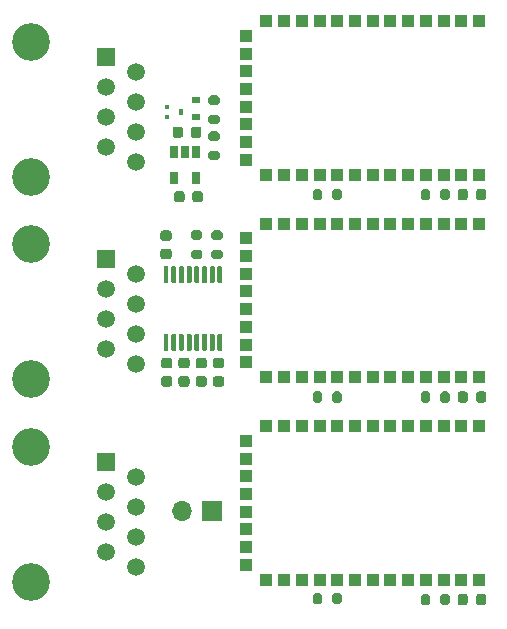
<source format=gbr>
%TF.GenerationSoftware,KiCad,Pcbnew,(5.1.9)-1*%
%TF.CreationDate,2021-01-06T02:37:49+01:00*%
%TF.ProjectId,SerialBT-Flarm-2.0,53657269-616c-4425-942d-466c61726d2d,2.0*%
%TF.SameCoordinates,Original*%
%TF.FileFunction,Soldermask,Top*%
%TF.FilePolarity,Negative*%
%FSLAX46Y46*%
G04 Gerber Fmt 4.6, Leading zero omitted, Abs format (unit mm)*
G04 Created by KiCad (PCBNEW (5.1.9)-1) date 2021-01-06 02:37:49*
%MOMM*%
%LPD*%
G01*
G04 APERTURE LIST*
%ADD10O,1.700000X1.700000*%
%ADD11R,1.700000X1.700000*%
%ADD12R,1.000000X1.000000*%
%ADD13C,1.500000*%
%ADD14R,1.500000X1.500000*%
%ADD15C,3.200000*%
%ADD16R,0.650000X1.060000*%
%ADD17R,0.450000X0.500000*%
%ADD18R,0.450000X0.400000*%
%ADD19R,0.700000X0.600000*%
G04 APERTURE END LIST*
D10*
%TO.C,J1*%
X144399000Y-108267500D03*
D11*
X146939000Y-108267500D03*
%TD*%
D12*
%TO.C,U3*%
X169568000Y-66779000D03*
X168068000Y-66779000D03*
X166568000Y-66779000D03*
X165068000Y-66779000D03*
X163568000Y-66779000D03*
X162068000Y-66779000D03*
X160568000Y-66779000D03*
X159068000Y-66779000D03*
X157568000Y-66779000D03*
X156068000Y-66779000D03*
X154568000Y-66779000D03*
X153068000Y-66779000D03*
X151568000Y-66779000D03*
X149818000Y-68029000D03*
X149818000Y-69529000D03*
X149818000Y-71029000D03*
X149818000Y-72529000D03*
X149818000Y-74029000D03*
X149818000Y-75529000D03*
X149818000Y-77029000D03*
X149818000Y-78529000D03*
X151568000Y-79779000D03*
X153068000Y-79779000D03*
X154568000Y-79779000D03*
X156068000Y-79779000D03*
X157568000Y-79779000D03*
X159068000Y-79779000D03*
X160568000Y-79779000D03*
X162068000Y-79779000D03*
X163568000Y-79779000D03*
X165068000Y-79779000D03*
X166568000Y-79779000D03*
X168068000Y-79779000D03*
X169568000Y-79779000D03*
%TD*%
%TO.C,U5*%
X169568000Y-101069000D03*
X168068000Y-101069000D03*
X166568000Y-101069000D03*
X165068000Y-101069000D03*
X163568000Y-101069000D03*
X162068000Y-101069000D03*
X160568000Y-101069000D03*
X159068000Y-101069000D03*
X157568000Y-101069000D03*
X156068000Y-101069000D03*
X154568000Y-101069000D03*
X153068000Y-101069000D03*
X151568000Y-101069000D03*
X149818000Y-102319000D03*
X149818000Y-103819000D03*
X149818000Y-105319000D03*
X149818000Y-106819000D03*
X149818000Y-108319000D03*
X149818000Y-109819000D03*
X149818000Y-111319000D03*
X149818000Y-112819000D03*
X151568000Y-114069000D03*
X153068000Y-114069000D03*
X154568000Y-114069000D03*
X156068000Y-114069000D03*
X157568000Y-114069000D03*
X159068000Y-114069000D03*
X160568000Y-114069000D03*
X162068000Y-114069000D03*
X163568000Y-114069000D03*
X165068000Y-114069000D03*
X166568000Y-114069000D03*
X168068000Y-114069000D03*
X169568000Y-114069000D03*
%TD*%
%TO.C,U4*%
X169568000Y-83924000D03*
X168068000Y-83924000D03*
X166568000Y-83924000D03*
X165068000Y-83924000D03*
X163568000Y-83924000D03*
X162068000Y-83924000D03*
X160568000Y-83924000D03*
X159068000Y-83924000D03*
X157568000Y-83924000D03*
X156068000Y-83924000D03*
X154568000Y-83924000D03*
X153068000Y-83924000D03*
X151568000Y-83924000D03*
X149818000Y-85174000D03*
X149818000Y-86674000D03*
X149818000Y-88174000D03*
X149818000Y-89674000D03*
X149818000Y-91174000D03*
X149818000Y-92674000D03*
X149818000Y-94174000D03*
X149818000Y-95674000D03*
X151568000Y-96924000D03*
X153068000Y-96924000D03*
X154568000Y-96924000D03*
X156068000Y-96924000D03*
X157568000Y-96924000D03*
X159068000Y-96924000D03*
X160568000Y-96924000D03*
X162068000Y-96924000D03*
X163568000Y-96924000D03*
X165068000Y-96924000D03*
X166568000Y-96924000D03*
X168068000Y-96924000D03*
X169568000Y-96924000D03*
%TD*%
%TO.C,R10*%
G36*
G01*
X166287000Y-81745500D02*
X166287000Y-81195500D01*
G75*
G02*
X166487000Y-80995500I200000J0D01*
G01*
X166887000Y-80995500D01*
G75*
G02*
X167087000Y-81195500I0J-200000D01*
G01*
X167087000Y-81745500D01*
G75*
G02*
X166887000Y-81945500I-200000J0D01*
G01*
X166487000Y-81945500D01*
G75*
G02*
X166287000Y-81745500I0J200000D01*
G01*
G37*
G36*
G01*
X164637000Y-81745500D02*
X164637000Y-81195500D01*
G75*
G02*
X164837000Y-80995500I200000J0D01*
G01*
X165237000Y-80995500D01*
G75*
G02*
X165437000Y-81195500I0J-200000D01*
G01*
X165437000Y-81745500D01*
G75*
G02*
X165237000Y-81945500I-200000J0D01*
G01*
X164837000Y-81945500D01*
G75*
G02*
X164637000Y-81745500I0J200000D01*
G01*
G37*
%TD*%
%TO.C,R9*%
G36*
G01*
X156293000Y-81195500D02*
X156293000Y-81745500D01*
G75*
G02*
X156093000Y-81945500I-200000J0D01*
G01*
X155693000Y-81945500D01*
G75*
G02*
X155493000Y-81745500I0J200000D01*
G01*
X155493000Y-81195500D01*
G75*
G02*
X155693000Y-80995500I200000J0D01*
G01*
X156093000Y-80995500D01*
G75*
G02*
X156293000Y-81195500I0J-200000D01*
G01*
G37*
G36*
G01*
X157943000Y-81195500D02*
X157943000Y-81745500D01*
G75*
G02*
X157743000Y-81945500I-200000J0D01*
G01*
X157343000Y-81945500D01*
G75*
G02*
X157143000Y-81745500I0J200000D01*
G01*
X157143000Y-81195500D01*
G75*
G02*
X157343000Y-80995500I200000J0D01*
G01*
X157743000Y-80995500D01*
G75*
G02*
X157943000Y-81195500I0J-200000D01*
G01*
G37*
%TD*%
%TO.C,D4*%
G36*
G01*
X168623500Y-81214250D02*
X168623500Y-81726750D01*
G75*
G02*
X168404750Y-81945500I-218750J0D01*
G01*
X167967250Y-81945500D01*
G75*
G02*
X167748500Y-81726750I0J218750D01*
G01*
X167748500Y-81214250D01*
G75*
G02*
X167967250Y-80995500I218750J0D01*
G01*
X168404750Y-80995500D01*
G75*
G02*
X168623500Y-81214250I0J-218750D01*
G01*
G37*
G36*
G01*
X170198500Y-81214250D02*
X170198500Y-81726750D01*
G75*
G02*
X169979750Y-81945500I-218750J0D01*
G01*
X169542250Y-81945500D01*
G75*
G02*
X169323500Y-81726750I0J218750D01*
G01*
X169323500Y-81214250D01*
G75*
G02*
X169542250Y-80995500I218750J0D01*
G01*
X169979750Y-80995500D01*
G75*
G02*
X170198500Y-81214250I0J-218750D01*
G01*
G37*
%TD*%
D13*
%TO.C,J4*%
X140525500Y-112966500D03*
X137985500Y-111696500D03*
X140525500Y-110426500D03*
X137985500Y-109156500D03*
X140525500Y-107886500D03*
X137985500Y-106616500D03*
X140525500Y-105346500D03*
D14*
X137985500Y-104076500D03*
D15*
X131635500Y-102806500D03*
X131635500Y-114236500D03*
%TD*%
%TO.C,U2*%
G36*
G01*
X143176500Y-88997500D02*
X142976500Y-88997500D01*
G75*
G02*
X142876500Y-88897500I0J100000D01*
G01*
X142876500Y-87622500D01*
G75*
G02*
X142976500Y-87522500I100000J0D01*
G01*
X143176500Y-87522500D01*
G75*
G02*
X143276500Y-87622500I0J-100000D01*
G01*
X143276500Y-88897500D01*
G75*
G02*
X143176500Y-88997500I-100000J0D01*
G01*
G37*
G36*
G01*
X143826500Y-88997500D02*
X143626500Y-88997500D01*
G75*
G02*
X143526500Y-88897500I0J100000D01*
G01*
X143526500Y-87622500D01*
G75*
G02*
X143626500Y-87522500I100000J0D01*
G01*
X143826500Y-87522500D01*
G75*
G02*
X143926500Y-87622500I0J-100000D01*
G01*
X143926500Y-88897500D01*
G75*
G02*
X143826500Y-88997500I-100000J0D01*
G01*
G37*
G36*
G01*
X144476500Y-88997500D02*
X144276500Y-88997500D01*
G75*
G02*
X144176500Y-88897500I0J100000D01*
G01*
X144176500Y-87622500D01*
G75*
G02*
X144276500Y-87522500I100000J0D01*
G01*
X144476500Y-87522500D01*
G75*
G02*
X144576500Y-87622500I0J-100000D01*
G01*
X144576500Y-88897500D01*
G75*
G02*
X144476500Y-88997500I-100000J0D01*
G01*
G37*
G36*
G01*
X145126500Y-88997500D02*
X144926500Y-88997500D01*
G75*
G02*
X144826500Y-88897500I0J100000D01*
G01*
X144826500Y-87622500D01*
G75*
G02*
X144926500Y-87522500I100000J0D01*
G01*
X145126500Y-87522500D01*
G75*
G02*
X145226500Y-87622500I0J-100000D01*
G01*
X145226500Y-88897500D01*
G75*
G02*
X145126500Y-88997500I-100000J0D01*
G01*
G37*
G36*
G01*
X145776500Y-88997500D02*
X145576500Y-88997500D01*
G75*
G02*
X145476500Y-88897500I0J100000D01*
G01*
X145476500Y-87622500D01*
G75*
G02*
X145576500Y-87522500I100000J0D01*
G01*
X145776500Y-87522500D01*
G75*
G02*
X145876500Y-87622500I0J-100000D01*
G01*
X145876500Y-88897500D01*
G75*
G02*
X145776500Y-88997500I-100000J0D01*
G01*
G37*
G36*
G01*
X146426500Y-88997500D02*
X146226500Y-88997500D01*
G75*
G02*
X146126500Y-88897500I0J100000D01*
G01*
X146126500Y-87622500D01*
G75*
G02*
X146226500Y-87522500I100000J0D01*
G01*
X146426500Y-87522500D01*
G75*
G02*
X146526500Y-87622500I0J-100000D01*
G01*
X146526500Y-88897500D01*
G75*
G02*
X146426500Y-88997500I-100000J0D01*
G01*
G37*
G36*
G01*
X147076500Y-88997500D02*
X146876500Y-88997500D01*
G75*
G02*
X146776500Y-88897500I0J100000D01*
G01*
X146776500Y-87622500D01*
G75*
G02*
X146876500Y-87522500I100000J0D01*
G01*
X147076500Y-87522500D01*
G75*
G02*
X147176500Y-87622500I0J-100000D01*
G01*
X147176500Y-88897500D01*
G75*
G02*
X147076500Y-88997500I-100000J0D01*
G01*
G37*
G36*
G01*
X147726500Y-88997500D02*
X147526500Y-88997500D01*
G75*
G02*
X147426500Y-88897500I0J100000D01*
G01*
X147426500Y-87622500D01*
G75*
G02*
X147526500Y-87522500I100000J0D01*
G01*
X147726500Y-87522500D01*
G75*
G02*
X147826500Y-87622500I0J-100000D01*
G01*
X147826500Y-88897500D01*
G75*
G02*
X147726500Y-88997500I-100000J0D01*
G01*
G37*
G36*
G01*
X147726500Y-94722500D02*
X147526500Y-94722500D01*
G75*
G02*
X147426500Y-94622500I0J100000D01*
G01*
X147426500Y-93347500D01*
G75*
G02*
X147526500Y-93247500I100000J0D01*
G01*
X147726500Y-93247500D01*
G75*
G02*
X147826500Y-93347500I0J-100000D01*
G01*
X147826500Y-94622500D01*
G75*
G02*
X147726500Y-94722500I-100000J0D01*
G01*
G37*
G36*
G01*
X147076500Y-94722500D02*
X146876500Y-94722500D01*
G75*
G02*
X146776500Y-94622500I0J100000D01*
G01*
X146776500Y-93347500D01*
G75*
G02*
X146876500Y-93247500I100000J0D01*
G01*
X147076500Y-93247500D01*
G75*
G02*
X147176500Y-93347500I0J-100000D01*
G01*
X147176500Y-94622500D01*
G75*
G02*
X147076500Y-94722500I-100000J0D01*
G01*
G37*
G36*
G01*
X146426500Y-94722500D02*
X146226500Y-94722500D01*
G75*
G02*
X146126500Y-94622500I0J100000D01*
G01*
X146126500Y-93347500D01*
G75*
G02*
X146226500Y-93247500I100000J0D01*
G01*
X146426500Y-93247500D01*
G75*
G02*
X146526500Y-93347500I0J-100000D01*
G01*
X146526500Y-94622500D01*
G75*
G02*
X146426500Y-94722500I-100000J0D01*
G01*
G37*
G36*
G01*
X145776500Y-94722500D02*
X145576500Y-94722500D01*
G75*
G02*
X145476500Y-94622500I0J100000D01*
G01*
X145476500Y-93347500D01*
G75*
G02*
X145576500Y-93247500I100000J0D01*
G01*
X145776500Y-93247500D01*
G75*
G02*
X145876500Y-93347500I0J-100000D01*
G01*
X145876500Y-94622500D01*
G75*
G02*
X145776500Y-94722500I-100000J0D01*
G01*
G37*
G36*
G01*
X145126500Y-94722500D02*
X144926500Y-94722500D01*
G75*
G02*
X144826500Y-94622500I0J100000D01*
G01*
X144826500Y-93347500D01*
G75*
G02*
X144926500Y-93247500I100000J0D01*
G01*
X145126500Y-93247500D01*
G75*
G02*
X145226500Y-93347500I0J-100000D01*
G01*
X145226500Y-94622500D01*
G75*
G02*
X145126500Y-94722500I-100000J0D01*
G01*
G37*
G36*
G01*
X144476500Y-94722500D02*
X144276500Y-94722500D01*
G75*
G02*
X144176500Y-94622500I0J100000D01*
G01*
X144176500Y-93347500D01*
G75*
G02*
X144276500Y-93247500I100000J0D01*
G01*
X144476500Y-93247500D01*
G75*
G02*
X144576500Y-93347500I0J-100000D01*
G01*
X144576500Y-94622500D01*
G75*
G02*
X144476500Y-94722500I-100000J0D01*
G01*
G37*
G36*
G01*
X143826500Y-94722500D02*
X143626500Y-94722500D01*
G75*
G02*
X143526500Y-94622500I0J100000D01*
G01*
X143526500Y-93347500D01*
G75*
G02*
X143626500Y-93247500I100000J0D01*
G01*
X143826500Y-93247500D01*
G75*
G02*
X143926500Y-93347500I0J-100000D01*
G01*
X143926500Y-94622500D01*
G75*
G02*
X143826500Y-94722500I-100000J0D01*
G01*
G37*
G36*
G01*
X143176500Y-94722500D02*
X142976500Y-94722500D01*
G75*
G02*
X142876500Y-94622500I0J100000D01*
G01*
X142876500Y-93347500D01*
G75*
G02*
X142976500Y-93247500I100000J0D01*
G01*
X143176500Y-93247500D01*
G75*
G02*
X143276500Y-93347500I0J-100000D01*
G01*
X143276500Y-94622500D01*
G75*
G02*
X143176500Y-94722500I-100000J0D01*
G01*
G37*
%TD*%
D16*
%TO.C,U1*%
X145603000Y-80030500D03*
X143703000Y-80030500D03*
X143703000Y-77830500D03*
X144653000Y-77830500D03*
X145603000Y-77830500D03*
%TD*%
%TO.C,R8*%
G36*
G01*
X165437000Y-115485500D02*
X165437000Y-116035500D01*
G75*
G02*
X165237000Y-116235500I-200000J0D01*
G01*
X164837000Y-116235500D01*
G75*
G02*
X164637000Y-116035500I0J200000D01*
G01*
X164637000Y-115485500D01*
G75*
G02*
X164837000Y-115285500I200000J0D01*
G01*
X165237000Y-115285500D01*
G75*
G02*
X165437000Y-115485500I0J-200000D01*
G01*
G37*
G36*
G01*
X167087000Y-115485500D02*
X167087000Y-116035500D01*
G75*
G02*
X166887000Y-116235500I-200000J0D01*
G01*
X166487000Y-116235500D01*
G75*
G02*
X166287000Y-116035500I0J200000D01*
G01*
X166287000Y-115485500D01*
G75*
G02*
X166487000Y-115285500I200000J0D01*
G01*
X166887000Y-115285500D01*
G75*
G02*
X167087000Y-115485500I0J-200000D01*
G01*
G37*
%TD*%
%TO.C,R7*%
G36*
G01*
X156293000Y-115422000D02*
X156293000Y-115972000D01*
G75*
G02*
X156093000Y-116172000I-200000J0D01*
G01*
X155693000Y-116172000D01*
G75*
G02*
X155493000Y-115972000I0J200000D01*
G01*
X155493000Y-115422000D01*
G75*
G02*
X155693000Y-115222000I200000J0D01*
G01*
X156093000Y-115222000D01*
G75*
G02*
X156293000Y-115422000I0J-200000D01*
G01*
G37*
G36*
G01*
X157943000Y-115422000D02*
X157943000Y-115972000D01*
G75*
G02*
X157743000Y-116172000I-200000J0D01*
G01*
X157343000Y-116172000D01*
G75*
G02*
X157143000Y-115972000I0J200000D01*
G01*
X157143000Y-115422000D01*
G75*
G02*
X157343000Y-115222000I200000J0D01*
G01*
X157743000Y-115222000D01*
G75*
G02*
X157943000Y-115422000I0J-200000D01*
G01*
G37*
%TD*%
%TO.C,R6*%
G36*
G01*
X166287000Y-98890500D02*
X166287000Y-98340500D01*
G75*
G02*
X166487000Y-98140500I200000J0D01*
G01*
X166887000Y-98140500D01*
G75*
G02*
X167087000Y-98340500I0J-200000D01*
G01*
X167087000Y-98890500D01*
G75*
G02*
X166887000Y-99090500I-200000J0D01*
G01*
X166487000Y-99090500D01*
G75*
G02*
X166287000Y-98890500I0J200000D01*
G01*
G37*
G36*
G01*
X164637000Y-98890500D02*
X164637000Y-98340500D01*
G75*
G02*
X164837000Y-98140500I200000J0D01*
G01*
X165237000Y-98140500D01*
G75*
G02*
X165437000Y-98340500I0J-200000D01*
G01*
X165437000Y-98890500D01*
G75*
G02*
X165237000Y-99090500I-200000J0D01*
G01*
X164837000Y-99090500D01*
G75*
G02*
X164637000Y-98890500I0J200000D01*
G01*
G37*
%TD*%
%TO.C,R5*%
G36*
G01*
X156293000Y-98340500D02*
X156293000Y-98890500D01*
G75*
G02*
X156093000Y-99090500I-200000J0D01*
G01*
X155693000Y-99090500D01*
G75*
G02*
X155493000Y-98890500I0J200000D01*
G01*
X155493000Y-98340500D01*
G75*
G02*
X155693000Y-98140500I200000J0D01*
G01*
X156093000Y-98140500D01*
G75*
G02*
X156293000Y-98340500I0J-200000D01*
G01*
G37*
G36*
G01*
X157943000Y-98340500D02*
X157943000Y-98890500D01*
G75*
G02*
X157743000Y-99090500I-200000J0D01*
G01*
X157343000Y-99090500D01*
G75*
G02*
X157143000Y-98890500I0J200000D01*
G01*
X157143000Y-98340500D01*
G75*
G02*
X157343000Y-98140500I200000J0D01*
G01*
X157743000Y-98140500D01*
G75*
G02*
X157943000Y-98340500I0J-200000D01*
G01*
G37*
%TD*%
%TO.C,R4*%
G36*
G01*
X147108500Y-86150000D02*
X147658500Y-86150000D01*
G75*
G02*
X147858500Y-86350000I0J-200000D01*
G01*
X147858500Y-86750000D01*
G75*
G02*
X147658500Y-86950000I-200000J0D01*
G01*
X147108500Y-86950000D01*
G75*
G02*
X146908500Y-86750000I0J200000D01*
G01*
X146908500Y-86350000D01*
G75*
G02*
X147108500Y-86150000I200000J0D01*
G01*
G37*
G36*
G01*
X147108500Y-84500000D02*
X147658500Y-84500000D01*
G75*
G02*
X147858500Y-84700000I0J-200000D01*
G01*
X147858500Y-85100000D01*
G75*
G02*
X147658500Y-85300000I-200000J0D01*
G01*
X147108500Y-85300000D01*
G75*
G02*
X146908500Y-85100000I0J200000D01*
G01*
X146908500Y-84700000D01*
G75*
G02*
X147108500Y-84500000I200000J0D01*
G01*
G37*
%TD*%
%TO.C,R3*%
G36*
G01*
X145394000Y-86150000D02*
X145944000Y-86150000D01*
G75*
G02*
X146144000Y-86350000I0J-200000D01*
G01*
X146144000Y-86750000D01*
G75*
G02*
X145944000Y-86950000I-200000J0D01*
G01*
X145394000Y-86950000D01*
G75*
G02*
X145194000Y-86750000I0J200000D01*
G01*
X145194000Y-86350000D01*
G75*
G02*
X145394000Y-86150000I200000J0D01*
G01*
G37*
G36*
G01*
X145394000Y-84500000D02*
X145944000Y-84500000D01*
G75*
G02*
X146144000Y-84700000I0J-200000D01*
G01*
X146144000Y-85100000D01*
G75*
G02*
X145944000Y-85300000I-200000J0D01*
G01*
X145394000Y-85300000D01*
G75*
G02*
X145194000Y-85100000I0J200000D01*
G01*
X145194000Y-84700000D01*
G75*
G02*
X145394000Y-84500000I200000J0D01*
G01*
G37*
%TD*%
%TO.C,R2*%
G36*
G01*
X146854500Y-77767500D02*
X147404500Y-77767500D01*
G75*
G02*
X147604500Y-77967500I0J-200000D01*
G01*
X147604500Y-78367500D01*
G75*
G02*
X147404500Y-78567500I-200000J0D01*
G01*
X146854500Y-78567500D01*
G75*
G02*
X146654500Y-78367500I0J200000D01*
G01*
X146654500Y-77967500D01*
G75*
G02*
X146854500Y-77767500I200000J0D01*
G01*
G37*
G36*
G01*
X146854500Y-76117500D02*
X147404500Y-76117500D01*
G75*
G02*
X147604500Y-76317500I0J-200000D01*
G01*
X147604500Y-76717500D01*
G75*
G02*
X147404500Y-76917500I-200000J0D01*
G01*
X146854500Y-76917500D01*
G75*
G02*
X146654500Y-76717500I0J200000D01*
G01*
X146654500Y-76317500D01*
G75*
G02*
X146854500Y-76117500I200000J0D01*
G01*
G37*
%TD*%
%TO.C,R1*%
G36*
G01*
X146854500Y-74720000D02*
X147404500Y-74720000D01*
G75*
G02*
X147604500Y-74920000I0J-200000D01*
G01*
X147604500Y-75320000D01*
G75*
G02*
X147404500Y-75520000I-200000J0D01*
G01*
X146854500Y-75520000D01*
G75*
G02*
X146654500Y-75320000I0J200000D01*
G01*
X146654500Y-74920000D01*
G75*
G02*
X146854500Y-74720000I200000J0D01*
G01*
G37*
G36*
G01*
X146854500Y-73070000D02*
X147404500Y-73070000D01*
G75*
G02*
X147604500Y-73270000I0J-200000D01*
G01*
X147604500Y-73670000D01*
G75*
G02*
X147404500Y-73870000I-200000J0D01*
G01*
X146854500Y-73870000D01*
G75*
G02*
X146654500Y-73670000I0J200000D01*
G01*
X146654500Y-73270000D01*
G75*
G02*
X146854500Y-73070000I200000J0D01*
G01*
G37*
%TD*%
D17*
%TO.C,Q1*%
X144339000Y-74485500D03*
D18*
X143189000Y-74885500D03*
X143189000Y-74085500D03*
%TD*%
D15*
%TO.C,J3*%
X131635500Y-97091500D03*
X131635500Y-85661500D03*
D14*
X137985500Y-86931500D03*
D13*
X140525500Y-88201500D03*
X137985500Y-89471500D03*
X140525500Y-90741500D03*
X137985500Y-92011500D03*
X140525500Y-93281500D03*
X137985500Y-94551500D03*
X140525500Y-95821500D03*
%TD*%
D15*
%TO.C,J2*%
X131635500Y-79946500D03*
X131635500Y-68516500D03*
D14*
X137985500Y-69786500D03*
D13*
X140525500Y-71056500D03*
X137985500Y-72326500D03*
X140525500Y-73596500D03*
X137985500Y-74866500D03*
X140525500Y-76136500D03*
X137985500Y-77406500D03*
X140525500Y-78676500D03*
%TD*%
%TO.C,D3*%
G36*
G01*
X168623500Y-115504250D02*
X168623500Y-116016750D01*
G75*
G02*
X168404750Y-116235500I-218750J0D01*
G01*
X167967250Y-116235500D01*
G75*
G02*
X167748500Y-116016750I0J218750D01*
G01*
X167748500Y-115504250D01*
G75*
G02*
X167967250Y-115285500I218750J0D01*
G01*
X168404750Y-115285500D01*
G75*
G02*
X168623500Y-115504250I0J-218750D01*
G01*
G37*
G36*
G01*
X170198500Y-115504250D02*
X170198500Y-116016750D01*
G75*
G02*
X169979750Y-116235500I-218750J0D01*
G01*
X169542250Y-116235500D01*
G75*
G02*
X169323500Y-116016750I0J218750D01*
G01*
X169323500Y-115504250D01*
G75*
G02*
X169542250Y-115285500I218750J0D01*
G01*
X169979750Y-115285500D01*
G75*
G02*
X170198500Y-115504250I0J-218750D01*
G01*
G37*
%TD*%
%TO.C,D2*%
G36*
G01*
X168623500Y-98359250D02*
X168623500Y-98871750D01*
G75*
G02*
X168404750Y-99090500I-218750J0D01*
G01*
X167967250Y-99090500D01*
G75*
G02*
X167748500Y-98871750I0J218750D01*
G01*
X167748500Y-98359250D01*
G75*
G02*
X167967250Y-98140500I218750J0D01*
G01*
X168404750Y-98140500D01*
G75*
G02*
X168623500Y-98359250I0J-218750D01*
G01*
G37*
G36*
G01*
X170198500Y-98359250D02*
X170198500Y-98871750D01*
G75*
G02*
X169979750Y-99090500I-218750J0D01*
G01*
X169542250Y-99090500D01*
G75*
G02*
X169323500Y-98871750I0J218750D01*
G01*
X169323500Y-98359250D01*
G75*
G02*
X169542250Y-98140500I218750J0D01*
G01*
X169979750Y-98140500D01*
G75*
G02*
X170198500Y-98359250I0J-218750D01*
G01*
G37*
%TD*%
D19*
%TO.C,D1*%
X145605500Y-74868000D03*
X145605500Y-73468000D03*
%TD*%
%TO.C,C7*%
G36*
G01*
X144339500Y-96845000D02*
X144839500Y-96845000D01*
G75*
G02*
X145064500Y-97070000I0J-225000D01*
G01*
X145064500Y-97520000D01*
G75*
G02*
X144839500Y-97745000I-225000J0D01*
G01*
X144339500Y-97745000D01*
G75*
G02*
X144114500Y-97520000I0J225000D01*
G01*
X144114500Y-97070000D01*
G75*
G02*
X144339500Y-96845000I225000J0D01*
G01*
G37*
G36*
G01*
X144339500Y-95295000D02*
X144839500Y-95295000D01*
G75*
G02*
X145064500Y-95520000I0J-225000D01*
G01*
X145064500Y-95970000D01*
G75*
G02*
X144839500Y-96195000I-225000J0D01*
G01*
X144339500Y-96195000D01*
G75*
G02*
X144114500Y-95970000I0J225000D01*
G01*
X144114500Y-95520000D01*
G75*
G02*
X144339500Y-95295000I225000J0D01*
G01*
G37*
%TD*%
%TO.C,C6*%
G36*
G01*
X142879000Y-96845000D02*
X143379000Y-96845000D01*
G75*
G02*
X143604000Y-97070000I0J-225000D01*
G01*
X143604000Y-97520000D01*
G75*
G02*
X143379000Y-97745000I-225000J0D01*
G01*
X142879000Y-97745000D01*
G75*
G02*
X142654000Y-97520000I0J225000D01*
G01*
X142654000Y-97070000D01*
G75*
G02*
X142879000Y-96845000I225000J0D01*
G01*
G37*
G36*
G01*
X142879000Y-95295000D02*
X143379000Y-95295000D01*
G75*
G02*
X143604000Y-95520000I0J-225000D01*
G01*
X143604000Y-95970000D01*
G75*
G02*
X143379000Y-96195000I-225000J0D01*
G01*
X142879000Y-96195000D01*
G75*
G02*
X142654000Y-95970000I0J225000D01*
G01*
X142654000Y-95520000D01*
G75*
G02*
X142879000Y-95295000I225000J0D01*
G01*
G37*
%TD*%
%TO.C,C5*%
G36*
G01*
X143315500Y-85400000D02*
X142815500Y-85400000D01*
G75*
G02*
X142590500Y-85175000I0J225000D01*
G01*
X142590500Y-84725000D01*
G75*
G02*
X142815500Y-84500000I225000J0D01*
G01*
X143315500Y-84500000D01*
G75*
G02*
X143540500Y-84725000I0J-225000D01*
G01*
X143540500Y-85175000D01*
G75*
G02*
X143315500Y-85400000I-225000J0D01*
G01*
G37*
G36*
G01*
X143315500Y-86950000D02*
X142815500Y-86950000D01*
G75*
G02*
X142590500Y-86725000I0J225000D01*
G01*
X142590500Y-86275000D01*
G75*
G02*
X142815500Y-86050000I225000J0D01*
G01*
X143315500Y-86050000D01*
G75*
G02*
X143540500Y-86275000I0J-225000D01*
G01*
X143540500Y-86725000D01*
G75*
G02*
X143315500Y-86950000I-225000J0D01*
G01*
G37*
%TD*%
%TO.C,C4*%
G36*
G01*
X147260500Y-96845000D02*
X147760500Y-96845000D01*
G75*
G02*
X147985500Y-97070000I0J-225000D01*
G01*
X147985500Y-97520000D01*
G75*
G02*
X147760500Y-97745000I-225000J0D01*
G01*
X147260500Y-97745000D01*
G75*
G02*
X147035500Y-97520000I0J225000D01*
G01*
X147035500Y-97070000D01*
G75*
G02*
X147260500Y-96845000I225000J0D01*
G01*
G37*
G36*
G01*
X147260500Y-95295000D02*
X147760500Y-95295000D01*
G75*
G02*
X147985500Y-95520000I0J-225000D01*
G01*
X147985500Y-95970000D01*
G75*
G02*
X147760500Y-96195000I-225000J0D01*
G01*
X147260500Y-96195000D01*
G75*
G02*
X147035500Y-95970000I0J225000D01*
G01*
X147035500Y-95520000D01*
G75*
G02*
X147260500Y-95295000I225000J0D01*
G01*
G37*
%TD*%
%TO.C,C3*%
G36*
G01*
X145800000Y-96845000D02*
X146300000Y-96845000D01*
G75*
G02*
X146525000Y-97070000I0J-225000D01*
G01*
X146525000Y-97520000D01*
G75*
G02*
X146300000Y-97745000I-225000J0D01*
G01*
X145800000Y-97745000D01*
G75*
G02*
X145575000Y-97520000I0J225000D01*
G01*
X145575000Y-97070000D01*
G75*
G02*
X145800000Y-96845000I225000J0D01*
G01*
G37*
G36*
G01*
X145800000Y-95295000D02*
X146300000Y-95295000D01*
G75*
G02*
X146525000Y-95520000I0J-225000D01*
G01*
X146525000Y-95970000D01*
G75*
G02*
X146300000Y-96195000I-225000J0D01*
G01*
X145800000Y-96195000D01*
G75*
G02*
X145575000Y-95970000I0J225000D01*
G01*
X145575000Y-95520000D01*
G75*
G02*
X145800000Y-95295000I225000J0D01*
G01*
G37*
%TD*%
%TO.C,C2*%
G36*
G01*
X144645500Y-81411000D02*
X144645500Y-81911000D01*
G75*
G02*
X144420500Y-82136000I-225000J0D01*
G01*
X143970500Y-82136000D01*
G75*
G02*
X143745500Y-81911000I0J225000D01*
G01*
X143745500Y-81411000D01*
G75*
G02*
X143970500Y-81186000I225000J0D01*
G01*
X144420500Y-81186000D01*
G75*
G02*
X144645500Y-81411000I0J-225000D01*
G01*
G37*
G36*
G01*
X146195500Y-81411000D02*
X146195500Y-81911000D01*
G75*
G02*
X145970500Y-82136000I-225000J0D01*
G01*
X145520500Y-82136000D01*
G75*
G02*
X145295500Y-81911000I0J225000D01*
G01*
X145295500Y-81411000D01*
G75*
G02*
X145520500Y-81186000I225000J0D01*
G01*
X145970500Y-81186000D01*
G75*
G02*
X146195500Y-81411000I0J-225000D01*
G01*
G37*
%TD*%
%TO.C,C1*%
G36*
G01*
X144518500Y-75950000D02*
X144518500Y-76450000D01*
G75*
G02*
X144293500Y-76675000I-225000J0D01*
G01*
X143843500Y-76675000D01*
G75*
G02*
X143618500Y-76450000I0J225000D01*
G01*
X143618500Y-75950000D01*
G75*
G02*
X143843500Y-75725000I225000J0D01*
G01*
X144293500Y-75725000D01*
G75*
G02*
X144518500Y-75950000I0J-225000D01*
G01*
G37*
G36*
G01*
X146068500Y-75950000D02*
X146068500Y-76450000D01*
G75*
G02*
X145843500Y-76675000I-225000J0D01*
G01*
X145393500Y-76675000D01*
G75*
G02*
X145168500Y-76450000I0J225000D01*
G01*
X145168500Y-75950000D01*
G75*
G02*
X145393500Y-75725000I225000J0D01*
G01*
X145843500Y-75725000D01*
G75*
G02*
X146068500Y-75950000I0J-225000D01*
G01*
G37*
%TD*%
M02*

</source>
